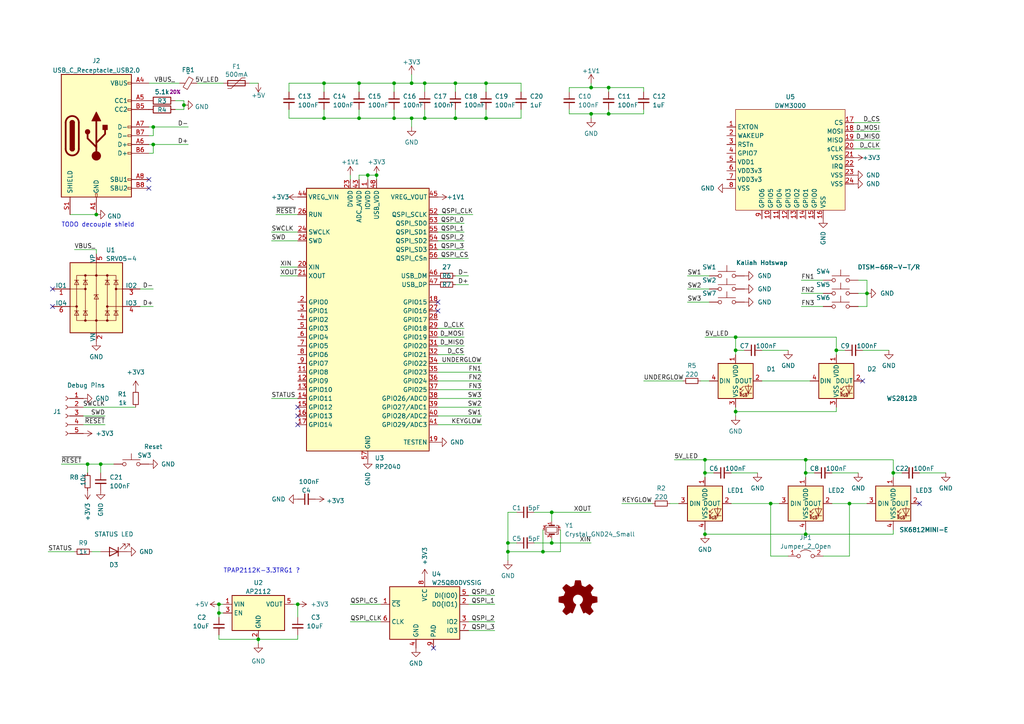
<source format=kicad_sch>
(kicad_sch (version 20211123) (generator eeschema)
  (paper "A4")
  (lib_symbols
    (symbol "Connector:Conn_01x05_Female" (pin_names (offset 1.016) hide)
      (property "Reference" "J" (at 0 7.62 0))
      (property "Value" "Conn_01x05_Female" (at 0 -7.62 0))
      (symbol "Conn_01x05_Female_1_1"
        (pin passive line (at -5.08 5.08 0) (length 3.81) (name "Pin_1") (number "1"))
        (pin passive line (at -5.08 2.54 0) (length 3.81) (name "Pin_2") (number "2"))
        (pin passive line (at -5.08 0 0) (length 3.81) (name "Pin_3") (number "3"))
        (pin passive line (at -5.08 -2.54 0) (length 3.81) (name "Pin_4") (number "4"))
        (pin passive line (at -5.08 -5.08 0) (length 3.81) (name "Pin_5") (number "5"))
      )
    )
    (symbol "Connector:USB_C_Receptacle_USB2.0" (pin_names (offset 1.016))
      (property "Reference" "J1" (at 0 21.7465 0))
      (property "Value" "USB_C_Receptacle_USB2.0" (at 0 18.9714 0))
      (symbol "USB_C_Receptacle_USB2.0_1_1"
        (pin passive line (at 0 -22.86 90) (length 5.08) (name "GND") (number "A1"))
        (pin passive line (at 0 -22.86 90) (length 5.08) hide (name "GND") (number "A12"))
        (pin passive line (at 15.24 15.24 180) (length 5.08) (name "VBUS") (number "A4"))
        (pin bidirectional line (at 15.24 10.16 180) (length 5.08) (name "CC1") (number "A5"))
        (pin bidirectional line (at 15.24 -2.54 180) (length 5.08) (name "D+") (number "A6"))
        (pin bidirectional line (at 15.24 2.54 180) (length 5.08) (name "D-") (number "A7"))
        (pin bidirectional line (at 15.24 -12.7 180) (length 5.08) (name "SBU1") (number "A8"))
        (pin passive line (at 15.24 15.24 180) (length 5.08) hide (name "VBUS") (number "A9"))
        (pin passive line (at 0 -22.86 90) (length 5.08) hide (name "GND") (number "B1"))
        (pin passive line (at 0 -22.86 90) (length 5.08) hide (name "GND") (number "B12"))
        (pin passive line (at 15.24 15.24 180) (length 5.08) hide (name "VBUS") (number "B4"))
        (pin bidirectional line (at 15.24 7.62 180) (length 5.08) (name "CC2") (number "B5"))
        (pin bidirectional line (at 15.24 -5.08 180) (length 5.08) (name "D+") (number "B6"))
        (pin bidirectional line (at 15.24 0 180) (length 5.08) (name "D-") (number "B7"))
        (pin bidirectional line (at 15.24 -15.24 180) (length 5.08) (name "SBU2") (number "B8"))
        (pin passive line (at 15.24 15.24 180) (length 5.08) hide (name "VBUS") (number "B9"))
        (pin passive line (at -7.62 -22.86 90) (length 5.08) (name "SHIELD") (number "S1"))
      )
    )
    (symbol "Device:C_Small" (pin_numbers hide) (pin_names (offset 0.254) hide)
      (property "Reference" "C" (at 0.254 1.778 0))
      (property "Value" "C_Small" (at 0.254 -2.032 0))
      (symbol "C_Small_1_1"
        (pin passive line (at 0 2.54 270) (length 2.032) (name "~") (number "1"))
        (pin passive line (at 0 -2.54 90) (length 2.032) (name "~") (number "2"))
      )
    )
    (symbol "Device:Crystal_GND24_Small" (pin_names (offset 1.016) hide)
      (property "Reference" "Y" (at 1.27 4.445 0))
      (property "Value" "Crystal_GND24_Small" (at 1.27 2.54 0))
      (symbol "Crystal_GND24_Small_1_1"
        (pin passive line (at -2.54 0 0) (length 1.27) (name "1") (number "1"))
        (pin passive line (at 0 -2.54 90) (length 0.635) (name "2") (number "2"))
        (pin passive line (at 2.54 0 180) (length 1.27) (name "3") (number "3"))
        (pin passive line (at 0 2.54 270) (length 0.635) (name "4") (number "4"))
      )
    )
    (symbol "Device:Ferrite_Bead_Small" (pin_numbers hide) (pin_names (offset 0))
      (property "Reference" "FB" (at 1.905 1.27 0))
      (property "Value" "Ferrite_Bead_Small" (at 1.905 -1.27 0))
      (symbol "Ferrite_Bead_Small_1_1"
        (pin passive line (at 0 2.54 270) (length 1.27) (name "~") (number "1"))
        (pin passive line (at 0 -2.54 90) (length 1.27) (name "~") (number "2"))
      )
    )
    (symbol "Device:LED" (pin_numbers hide) (pin_names (offset 1.016) hide)
      (property "Reference" "D" (at 0 2.54 0))
      (property "Value" "LED" (at 0 -2.54 0))
      (symbol "LED_1_1"
        (pin passive line (at -3.81 0 0) (length 2.54) (name "K") (number "1"))
        (pin passive line (at 3.81 0 180) (length 2.54) (name "A") (number "2"))
      )
    )
    (symbol "Device:Polyfuse" (pin_numbers hide) (pin_names (offset 0))
      (property "Reference" "F" (at -2.54 0 90))
      (property "Value" "Polyfuse" (at 2.54 0 90))
      (symbol "Polyfuse_1_1"
        (pin passive line (at 0 3.81 270) (length 1.27) (name "~") (number "1"))
        (pin passive line (at 0 -3.81 90) (length 1.27) (name "~") (number "2"))
      )
    )
    (symbol "Device:R" (pin_numbers hide) (pin_names (offset 0))
      (property "Reference" "R" (at 2.032 0 90))
      (property "Value" "R" (at 0 0 90))
      (symbol "R_1_1"
        (pin passive line (at 0 3.81 270) (length 1.27) (name "~") (number "1"))
        (pin passive line (at 0 -3.81 90) (length 1.27) (name "~") (number "2"))
      )
    )
    (symbol "Device:R_Small" (pin_numbers hide) (pin_names (offset 0.254) hide)
      (property "Reference" "R" (at 0.762 0.508 0))
      (property "Value" "R_Small" (at 0.762 -1.016 0))
      (symbol "R_Small_1_1"
        (pin passive line (at 0 2.54 270) (length 0.762) (name "~") (number "1"))
        (pin passive line (at 0 -2.54 90) (length 0.762) (name "~") (number "2"))
      )
    )
    (symbol "Graphic:Logo_Open_Hardware_Small" (pin_names (offset 1.016)))
    (symbol "Jumper:Jumper_2_Open" (pin_names (offset 0) hide)
      (property "Reference" "JP" (at 0 2.794 0))
      (property "Value" "Jumper_2_Open" (at 0 -2.286 0))
      (symbol "Jumper_2_Open_1_1"
        (pin passive line (at -5.08 0 0) (length 2.54) (name "A") (number "1"))
        (pin passive line (at 5.08 0 180) (length 2.54) (name "B") (number "2"))
      )
    )
    (symbol "LED:WS2812B" (pin_names (offset 0.254))
      (property "Reference" "D" (at 5.08 5.715 0))
      (property "Value" "WS2812B" (at 1.27 -5.715 0))
      (symbol "WS2812B_0_0"
        (text "RGB" (at 2.286 -4.191 0) (effects (font (size 0.762 0.762))))
      )
      (symbol "WS2812B_1_1"
        (pin power_in line (at 0 7.62 270) (length 2.54) (name "VDD") (number "1"))
        (pin output line (at 7.62 0 180) (length 2.54) (name "DOUT") (number "2"))
        (pin power_in line (at 0 -7.62 90) (length 2.54) (name "VSS") (number "3"))
        (pin input line (at -7.62 0 0) (length 2.54) (name "DIN") (number "4"))
      )
    )
    (symbol "Qorvo:DWM3000"
      (property "Reference" "U" (at 0 8.89 0))
      (property "Value" "DWM3000" (at 0 0 0))
      (symbol "DWM3000_0_0"
        (pin input line (at -6.35 -17.78 90) (length 2.54) (name "GPIO5") (number "10"))
        (pin input line (at -3.81 -17.78 90) (length 2.54) (name "GPIO4") (number "11"))
        (pin input line (at -1.27 -17.78 90) (length 2.54) (name "GPIO3") (number "12"))
        (pin input line (at 1.27 -17.78 90) (length 2.54) (name "GPIO2") (number "13"))
        (pin input line (at 3.81 -17.78 90) (length 2.54) (name "GPIO1") (number "14"))
        (pin input line (at 6.35 -17.78 90) (length 2.54) (name "GPIO0") (number "15"))
        (pin input line (at 8.89 -17.78 90) (length 2.54) (name "VSS") (number "16"))
        (pin input line (at 17.78 10.16 180) (length 2.54) (name "CS") (number "17"))
        (pin input line (at 17.78 7.62 180) (length 2.54) (name "MOSI") (number "18"))
        (pin input line (at 17.78 5.08 180) (length 2.54) (name "MISO") (number "19"))
        (pin input line (at 17.78 2.54 180) (length 2.54) (name "sCLK") (number "20"))
        (pin input line (at 17.78 0 180) (length 2.54) (name "VSS") (number "21"))
        (pin input line (at 17.78 -2.54 180) (length 2.54) (name "IRQ") (number "22"))
        (pin input line (at 17.78 -5.08 180) (length 2.54) (name "VSS") (number "23"))
        (pin input line (at 17.78 -7.62 180) (length 2.54) (name "VSS") (number "24"))
        (pin input line (at -19.05 -1.27 0) (length 2.54) (name "VDD1") (number "5"))
        (pin input line (at -19.05 -3.81 0) (length 2.54) (name "VDD3v3") (number "6"))
        (pin input line (at -19.05 -6.35 0) (length 2.54) (name "VDD3v3") (number "7"))
        (pin input line (at -19.05 -8.89 0) (length 2.54) (name "VSS") (number "8"))
        (pin input line (at -8.89 -17.78 90) (length 2.54) (name "GPIO6") (number "9"))
      )
      (symbol "DWM3000_1_1"
        (pin input line (at -19.05 8.89 0) (length 2.54) (name "EXTON") (number "1"))
        (pin input line (at -19.05 6.35 0) (length 2.54) (name "WAKEUP") (number "2"))
        (pin input line (at -19.05 3.81 0) (length 2.54) (name "RSTn") (number "3"))
        (pin input line (at -19.05 1.27 0) (length 2.54) (name "GPIO7") (number "4"))
      )
    )
    (symbol "Regulator_Linear:MIC5504-3.3YM5"
      (property "Reference" "U2" (at 0 9.0465 0))
      (property "Value" "MIC5317-3.3YM5-TR " (at 0 6.2714 0))
      (symbol "MIC5504-3.3YM5_1_1"
        (pin power_in line (at -10.16 2.54 0) (length 2.54) (name "VIN") (number "1"))
        (pin power_in line (at 0 -7.62 90) (length 2.54) (name "GND") (number "2"))
        (pin passive line (at -10.16 0 0) (length 2.54) (name "EN") (number "3"))
        (pin no_connect line (at 10.16 0 180) (length 2.54) hide (name "NC") (number "4"))
        (pin power_out line (at 10.16 2.54 180) (length 2.54) (name "VOUT") (number "5"))
      )
    )
    (symbol "Switch:SW_Push" (pin_numbers hide) (pin_names (offset 1.016) hide)
      (property "Reference" "SW" (at 1.27 2.54 0))
      (property "Value" "SW_Push" (at 0 -1.524 0))
      (symbol "SW_Push_0_1"
        (pin passive line (at -5.08 0 0) (length 2.54) (name "1") (number "1"))
        (pin passive line (at 5.08 0 180) (length 2.54) (name "2") (number "2"))
      )
    )
    (symbol "kicad-w25q-library:W25Q"
      (property "Reference" "U" (at -8.89 8.89 0))
      (property "Value" "W25Q" (at 7.62 8.89 0))
      (symbol "W25Q_1_1"
        (pin input line (at -12.7 2.54 0) (length 2.54) (name "~{CS}") (number "1"))
        (pin bidirectional line (at 12.7 2.54 180) (length 2.54) (name "DO(IO1)") (number "2"))
        (pin bidirectional line (at 12.7 -2.54 180) (length 2.54) (name "IO2") (number "3"))
        (pin power_in line (at -2.54 -10.16 90) (length 2.54) (name "GND") (number "4"))
        (pin bidirectional line (at 12.7 5.08 180) (length 2.54) (name "DI(IO0)") (number "5"))
        (pin input line (at -12.7 -2.54 0) (length 2.54) (name "CLK") (number "6"))
        (pin bidirectional line (at 12.7 -5.08 180) (length 2.54) (name "IO3") (number "7"))
        (pin power_in line (at 0 10.16 270) (length 2.54) (name "VCC") (number "8"))
        (pin passive line (at 2.54 -10.16 90) (length 2.54) (name "PAD") (number "9"))
      )
    )
    (symbol "marbastlib-various:SK6812MINI-E"
      (property "Reference" "LED" (at 2.54 -6.35 0))
      (property "Value" "SK6812MINI-E" (at 7.62 6.35 0))
      (symbol "SK6812MINI-E_0_0"
        (text "RGB" (at 2.286 -4.191 0) (effects (font (size 0.762 0.762))))
      )
      (symbol "SK6812MINI-E_1_1"
        (pin power_in line (at 0 7.62 270) (length 2.54) (name "VDD") (number "1"))
        (pin output line (at 7.62 0 180) (length 2.54) (name "DOUT") (number "2"))
        (pin input line (at -7.62 0 0) (length 2.54) (name "DIN") (number "3"))
        (pin power_in line (at 0 -7.62 90) (length 2.54) (name "VSS") (number "4"))
      )
    )
    (symbol "marbastlib-various:SRV05-4" (pin_names (offset 0))
      (property "Reference" "U" (at -5.08 11.43 0))
      (property "Value" "SRV05-4" (at 2.54 11.43 0))
      (symbol "SRV05-4_1_1"
        (pin passive line (at -12.7 2.54 0) (length 5.08) (name "IO1") (number "1"))
        (pin passive line (at 0 -12.7 90) (length 2.54) (name "VN") (number "2"))
        (pin passive line (at 12.7 2.54 180) (length 5.08) (name "IO2") (number "3"))
        (pin passive line (at 12.7 -2.54 180) (length 5.08) (name "IO3") (number "4"))
        (pin passive line (at 0 12.7 270) (length 2.54) (name "VP") (number "5"))
        (pin passive line (at -12.7 -2.54 0) (length 5.08) (name "IO4") (number "6"))
      )
    )
    (symbol "power:+1V1" (power) (pin_names (offset 0))
      (property "Value" "+1V1" (at 0 3.556 0))
      (symbol "+1V1_1_1"
        (pin power_in line (at 0 0 90) (length 0) hide (name "+1V1") (number "1"))
      )
    )
    (symbol "power:+3V3" (power) (pin_names (offset 0))
      (property "Value" "+3V3" (at 0 3.556 0))
      (symbol "+3V3_1_1"
        (pin power_in line (at 0 0 90) (length 0) hide (name "+3V3") (number "1"))
      )
    )
    (symbol "power:+5V" (power) (pin_names (offset 0))
      (property "Value" "+5V" (at 0 3.556 0))
      (symbol "+5V_1_1"
        (pin power_in line (at 0 0 90) (length 0) hide (name "+5V") (number "1"))
      )
    )
    (symbol "power:GND" (power) (pin_names (offset 0))
      (property "Value" "GND" (at 0 -3.81 0))
      (symbol "GND_1_1"
        (pin power_in line (at 0 0 270) (length 0) hide (name "GND") (number "1"))
      )
    )
    (symbol "rp2040:RP2040"
      (property "Reference" "U" (at -17.78 41.91 0))
      (property "Value" "RP2040" (at -17.78 39.37 0))
      (symbol "RP2040_0_0"
        (pin power_in line (at 0 40.64 270) (length 2.54) (name "IOVDD") (number "1"))
        (pin power_in line (at 0 40.64 270) (length 2.54) hide (name "IOVDD") (number "10"))
        (pin bidirectional line (at -20.32 -15.24 0) (length 2.54) (name "GPIO8") (number "11"))
        (pin bidirectional line (at -20.32 -17.78 0) (length 2.54) (name "GPIO9") (number "12"))
        (pin bidirectional line (at -20.32 -20.32 0) (length 2.54) (name "GPIO10") (number "13"))
        (pin bidirectional line (at -20.32 -22.86 0) (length 2.54) (name "GPIO11") (number "14"))
        (pin bidirectional line (at -20.32 -25.4 0) (length 2.54) (name "GPIO12") (number "15"))
        (pin bidirectional line (at -20.32 -27.94 0) (length 2.54) (name "GPIO13") (number "16"))
        (pin bidirectional line (at -20.32 -30.48 0) (length 2.54) (name "GPIO14") (number "17"))
        (pin bidirectional line (at 20.32 5.08 180) (length 2.54) (name "GPIO15") (number "18"))
        (pin input line (at 20.32 -35.56 180) (length 2.54) (name "TESTEN") (number "19"))
        (pin bidirectional line (at -20.32 5.08 0) (length 2.54) (name "GPIO0") (number "2"))
        (pin bidirectional line (at -20.32 15.24 0) (length 2.54) (name "XIN") (number "20"))
        (pin bidirectional line (at -20.32 12.7 0) (length 2.54) (name "XOUT") (number "21"))
        (pin power_in line (at 0 40.64 270) (length 2.54) hide (name "IOVDD") (number "22"))
        (pin power_in line (at -5.08 40.64 270) (length 2.54) (name "DVDD") (number "23"))
        (pin input line (at -20.32 25.4 0) (length 2.54) (name "SWCLK") (number "24"))
        (pin bidirectional line (at -20.32 22.86 0) (length 2.54) (name "SWD") (number "25"))
        (pin input line (at -20.32 30.48 0) (length 2.54) (name "RUN") (number "26"))
        (pin bidirectional line (at 20.32 2.54 180) (length 2.54) (name "GPIO16") (number "27"))
        (pin bidirectional line (at 20.32 0 180) (length 2.54) (name "GPIO17") (number "28"))
        (pin bidirectional line (at 20.32 -2.54 180) (length 2.54) (name "GPIO18") (number "29"))
        (pin bidirectional line (at -20.32 2.54 0) (length 2.54) (name "GPIO1") (number "3"))
        (pin bidirectional line (at 20.32 -5.08 180) (length 2.54) (name "GPIO19") (number "30"))
        (pin bidirectional line (at 20.32 -7.62 180) (length 2.54) (name "GPIO20") (number "31"))
        (pin bidirectional line (at 20.32 -10.16 180) (length 2.54) (name "GPIO21") (number "32"))
        (pin power_in line (at 0 40.64 270) (length 2.54) hide (name "IOVDD") (number "33"))
        (pin bidirectional line (at 20.32 -12.7 180) (length 2.54) (name "GPIO22") (number "34"))
        (pin bidirectional line (at 20.32 -15.24 180) (length 2.54) (name "GPIO23") (number "35"))
        (pin bidirectional line (at 20.32 -17.78 180) (length 2.54) (name "GPIO24") (number "36"))
        (pin bidirectional line (at 20.32 -20.32 180) (length 2.54) (name "GPIO25") (number "37"))
        (pin bidirectional line (at 20.32 -22.86 180) (length 2.54) (name "GPIO26/ADC0") (number "38"))
        (pin bidirectional line (at 20.32 -25.4 180) (length 2.54) (name "GPIO27/ADC1") (number "39"))
        (pin bidirectional line (at -20.32 0 0) (length 2.54) (name "GPIO2") (number "4"))
        (pin bidirectional line (at 20.32 -27.94 180) (length 2.54) (name "GPIO28/ADC2") (number "40"))
        (pin bidirectional line (at 20.32 -30.48 180) (length 2.54) (name "GPIO29/ADC3") (number "41"))
        (pin power_in line (at 0 40.64 270) (length 2.54) hide (name "IOVDD") (number "42"))
        (pin power_in line (at -2.54 40.64 270) (length 2.54) (name "ADC_AVDD") (number "43"))
        (pin power_in line (at -20.32 35.56 0) (length 2.54) (name "VREG_VIN") (number "44"))
        (pin power_out line (at 20.32 35.56 180) (length 2.54) (name "VREG_VOUT") (number "45"))
        (pin bidirectional line (at 20.32 12.7 180) (length 2.54) (name "USB_DM") (number "46"))
        (pin bidirectional line (at 20.32 10.16 180) (length 2.54) (name "USB_DP") (number "47"))
        (pin power_in line (at 2.54 40.64 270) (length 2.54) (name "USB_VDD") (number "48"))
        (pin power_in line (at 0 40.64 270) (length 2.54) hide (name "IOVDD") (number "49"))
        (pin bidirectional line (at -20.32 -2.54 0) (length 2.54) (name "GPIO3") (number "5"))
        (pin power_in line (at -5.08 40.64 270) (length 2.54) hide (name "DVDD") (number "50"))
        (pin bidirectional line (at 20.32 20.32 180) (length 2.54) (name "QSPI_SD3") (number "51"))
        (pin bidirectional line (at 20.32 30.48 180) (length 2.54) (name "QSPI_SCLK") (number "52"))
        (pin bidirectional line (at 20.32 27.94 180) (length 2.54) (name "QSPI_SD0") (number "53"))
        (pin bidirectional line (at 20.32 22.86 180) (length 2.54) (name "QSPI_SD2") (number "54"))
        (pin bidirectional line (at 20.32 25.4 180) (length 2.54) (name "QSPI_SD1") (number "55"))
        (pin bidirectional line (at 20.32 17.78 180) (length 2.54) (name "QSPI_CSn") (number "56"))
        (pin power_in line (at 0 -40.64 90) (length 2.54) (name "GND") (number "57"))
        (pin bidirectional line (at -20.32 -5.08 0) (length 2.54) (name "GPIO4") (number "6"))
        (pin bidirectional line (at -20.32 -7.62 0) (length 2.54) (name "GPIO5") (number "7"))
        (pin bidirectional line (at -20.32 -10.16 0) (length 2.54) (name "GPIO6") (number "8"))
        (pin bidirectional line (at -20.32 -12.7 0) (length 2.54) (name "GPIO7") (number "9"))
      )
    )
  )
  (junction (at 119.38 34.29))
  (junction (at 160.02 157.48))
  (junction (at 25.4 134.62))
  (junction (at 246.38 146.05))
  (junction (at 74.93 185.42))
  (junction (at 119.38 24.13))
  (junction (at 104.14 24.13))
  (junction (at 123.19 24.13))
  (junction (at 251.46 85.09))
  (junction (at 123.19 34.29))
  (junction (at 44.45 41.91))
  (junction (at 213.36 119.38))
  (junction (at 29.21 134.62))
  (junction (at 44.45 36.83))
  (junction (at 140.97 24.13))
  (junction (at 171.45 33.02))
  (junction (at 223.52 146.05))
  (junction (at 233.68 133.35))
  (junction (at 93.98 34.29))
  (junction (at 204.47 133.35))
  (junction (at 204.47 154.94))
  (junction (at 233.68 154.94))
  (junction (at 242.57 101.6))
  (junction (at 171.45 25.4))
  (junction (at 233.68 137.16))
  (junction (at 27.94 62.23))
  (junction (at 53.34 30.48))
  (junction (at 63.5 175.26))
  (junction (at 213.36 101.6))
  (junction (at 213.36 97.79))
  (junction (at 147.32 160.02))
  (junction (at 147.32 157.48))
  (junction (at 157.48 160.02))
  (junction (at 114.3 34.29))
  (junction (at 132.08 34.29))
  (junction (at 132.08 24.13))
  (junction (at 104.14 34.29))
  (junction (at 86.36 175.26))
  (junction (at 204.47 137.16))
  (junction (at 106.68 50.8))
  (junction (at 140.97 34.29))
  (junction (at 176.53 25.4))
  (junction (at 93.98 24.13))
  (junction (at 109.22 50.8))
  (junction (at 63.5 177.8))
  (junction (at 114.3 24.13))
  (junction (at 176.53 33.02))
  (junction (at 160.02 148.59))
  (junction (at 259.08 137.16))
  (no_connect (at 266.7 146.05))
  (no_connect (at 15.24 83.82))
  (no_connect (at 250.19 110.49))
  (no_connect (at 127 90.17))
  (no_connect (at 127 87.63))
  (no_connect (at 86.36 118.11))
  (no_connect (at 86.36 120.65))
  (no_connect (at 86.36 123.19))
  (no_connect (at 43.18 54.61))
  (no_connect (at 43.18 52.07))
  (no_connect (at 15.24 88.9))
  (no_connect (at 125.73 187.96))
  (wire (pts (xy 176.53 31.75) (xy 176.53 33.02)))
  (wire (pts (xy 204.47 154.94) (xy 233.68 154.94)))
  (wire (pts (xy 204.47 154.94) (xy 204.47 153.67)))
  (wire (pts (xy 127 110.49) (xy 139.7 110.49)))
  (wire (pts (xy 204.47 137.16) (xy 204.47 138.43)))
  (wire (pts (xy 213.36 119.38) (xy 213.36 120.65)))
  (wire (pts (xy 83.82 24.13) (xy 93.98 24.13)))
  (wire (pts (xy 127 105.41) (xy 139.7 105.41)))
  (wire (pts (xy 242.57 101.6) (xy 242.57 102.87)))
  (wire (pts (xy 171.45 33.02) (xy 176.53 33.02)))
  (wire (pts (xy 154.94 148.59) (xy 160.02 148.59)))
  (wire (pts (xy 63.5 184.15) (xy 63.5 185.42)))
  (wire (pts (xy 74.93 185.42) (xy 74.93 186.69)))
  (wire (pts (xy 247.65 40.64) (xy 255.27 40.64)))
  (wire (pts (xy 176.53 25.4) (xy 186.69 25.4)))
  (wire (pts (xy 127 95.25) (xy 134.62 95.25)))
  (wire (pts (xy 251.46 81.28) (xy 251.46 85.09)))
  (wire (pts (xy 127 118.11) (xy 139.7 118.11)))
  (wire (pts (xy 199.39 83.82) (xy 205.74 83.82)))
  (wire (pts (xy 186.69 25.4) (xy 186.69 26.67)))
  (wire (pts (xy 247.65 38.1) (xy 255.27 38.1)))
  (wire (pts (xy 53.34 31.75) (xy 53.34 30.48)))
  (wire (pts (xy 27.94 73.66) (xy 27.94 72.39)))
  (wire (pts (xy 63.5 177.8) (xy 63.5 179.07)))
  (wire (pts (xy 241.3 146.05) (xy 246.38 146.05)))
  (wire (pts (xy 186.69 33.02) (xy 176.53 33.02)))
  (wire (pts (xy 63.5 175.26) (xy 63.5 177.8)))
  (wire (pts (xy 160.02 157.48) (xy 171.45 157.48)))
  (wire (pts (xy 127 97.79) (xy 134.62 97.79)))
  (wire (pts (xy 63.5 175.26) (xy 64.77 175.26)))
  (wire (pts (xy 53.34 29.21) (xy 53.34 30.48)))
  (wire (pts (xy 171.45 33.02) (xy 171.45 34.29)))
  (wire (pts (xy 127 102.87) (xy 134.62 102.87)))
  (wire (pts (xy 106.68 50.8) (xy 109.22 50.8)))
  (wire (pts (xy 63.5 185.42) (xy 74.93 185.42)))
  (wire (pts (xy 233.68 154.94) (xy 233.68 153.67)))
  (wire (pts (xy 149.86 157.48) (xy 147.32 157.48)))
  (wire (pts (xy 127 115.57) (xy 139.7 115.57)))
  (wire (pts (xy 127 72.39) (xy 134.62 72.39)))
  (wire (pts (xy 114.3 24.13) (xy 114.3 26.67)))
  (wire (pts (xy 213.36 119.38) (xy 242.57 119.38)))
  (wire (pts (xy 238.76 161.29) (xy 246.38 161.29)))
  (wire (pts (xy 119.38 34.29) (xy 119.38 36.83)))
  (wire (pts (xy 93.98 31.75) (xy 93.98 34.29)))
  (wire (pts (xy 140.97 24.13) (xy 151.13 24.13)))
  (wire (pts (xy 127 100.33) (xy 134.62 100.33)))
  (wire (pts (xy 246.38 161.29) (xy 246.38 146.05)))
  (wire (pts (xy 81.28 77.47) (xy 86.36 77.47)))
  (wire (pts (xy 78.74 67.31) (xy 86.36 67.31)))
  (wire (pts (xy 25.4 134.62) (xy 25.4 137.16)))
  (wire (pts (xy 114.3 34.29) (xy 104.14 34.29)))
  (wire (pts (xy 30.48 120.65) (xy 24.13 120.65)))
  (wire (pts (xy 233.68 133.35) (xy 259.08 133.35)))
  (wire (pts (xy 86.36 175.26) (xy 86.36 179.07)))
  (wire (pts (xy 86.36 185.42) (xy 74.93 185.42)))
  (wire (pts (xy 213.36 97.79) (xy 213.36 101.6)))
  (wire (pts (xy 93.98 24.13) (xy 93.98 26.67)))
  (wire (pts (xy 43.18 39.37) (xy 44.45 39.37)))
  (wire (pts (xy 44.45 36.83) (xy 54.61 36.83)))
  (wire (pts (xy 151.13 31.75) (xy 151.13 34.29)))
  (wire (pts (xy 259.08 137.16) (xy 259.08 138.43)))
  (wire (pts (xy 195.58 133.35) (xy 204.47 133.35)))
  (wire (pts (xy 157.48 153.67) (xy 157.48 160.02)))
  (wire (pts (xy 123.19 34.29) (xy 119.38 34.29)))
  (wire (pts (xy 171.45 24.13) (xy 171.45 25.4)))
  (wire (pts (xy 93.98 24.13) (xy 104.14 24.13)))
  (wire (pts (xy 165.1 31.75) (xy 165.1 33.02)))
  (wire (pts (xy 40.64 88.9) (xy 44.45 88.9)))
  (wire (pts (xy 246.38 146.05) (xy 251.46 146.05)))
  (wire (pts (xy 248.92 88.9) (xy 251.46 88.9)))
  (wire (pts (xy 204.47 133.35) (xy 233.68 133.35)))
  (wire (pts (xy 114.3 24.13) (xy 119.38 24.13)))
  (wire (pts (xy 157.48 160.02) (xy 162.56 160.02)))
  (wire (pts (xy 127 69.85) (xy 134.62 69.85)))
  (wire (pts (xy 204.47 137.16) (xy 207.01 137.16)))
  (wire (pts (xy 140.97 26.67) (xy 140.97 24.13)))
  (wire (pts (xy 242.57 119.38) (xy 242.57 118.11)))
  (wire (pts (xy 147.32 160.02) (xy 147.32 162.56)))
  (wire (pts (xy 165.1 33.02) (xy 171.45 33.02)))
  (wire (pts (xy 232.41 85.09) (xy 238.76 85.09)))
  (wire (pts (xy 20.32 62.23) (xy 27.94 62.23)))
  (wire (pts (xy 104.14 24.13) (xy 114.3 24.13)))
  (wire (pts (xy 176.53 25.4) (xy 176.53 26.67)))
  (wire (pts (xy 140.97 34.29) (xy 132.08 34.29)))
  (wire (pts (xy 21.59 72.39) (xy 27.94 72.39)))
  (wire (pts (xy 132.08 34.29) (xy 123.19 34.29)))
  (wire (pts (xy 132.08 24.13) (xy 132.08 26.67)))
  (wire (pts (xy 135.89 172.72) (xy 143.51 172.72)))
  (wire (pts (xy 213.36 97.79) (xy 242.57 97.79)))
  (wire (pts (xy 104.14 50.8) (xy 104.14 52.07)))
  (wire (pts (xy 132.08 82.55) (xy 135.89 82.55)))
  (wire (pts (xy 250.19 101.6) (xy 257.81 101.6)))
  (wire (pts (xy 186.69 31.75) (xy 186.69 33.02)))
  (wire (pts (xy 232.41 88.9) (xy 238.76 88.9)))
  (wire (pts (xy 135.89 182.88) (xy 143.51 182.88)))
  (wire (pts (xy 160.02 148.59) (xy 171.45 148.59)))
  (wire (pts (xy 251.46 88.9) (xy 251.46 85.09)))
  (wire (pts (xy 29.21 134.62) (xy 33.02 134.62)))
  (wire (pts (xy 223.52 146.05) (xy 223.52 161.29)))
  (wire (pts (xy 248.92 85.09) (xy 251.46 85.09)))
  (wire (pts (xy 44.45 36.83) (xy 44.45 39.37)))
  (wire (pts (xy 127 123.19) (xy 139.7 123.19)))
  (wire (pts (xy 149.86 148.59) (xy 147.32 148.59)))
  (wire (pts (xy 43.18 36.83) (xy 44.45 36.83)))
  (wire (pts (xy 17.78 134.62) (xy 25.4 134.62)))
  (wire (pts (xy 203.2 110.49) (xy 205.74 110.49)))
  (wire (pts (xy 63.5 177.8) (xy 64.77 177.8)))
  (wire (pts (xy 106.68 50.8) (xy 106.68 52.07)))
  (wire (pts (xy 266.7 137.16) (xy 274.32 137.16)))
  (wire (pts (xy 78.74 115.57) (xy 86.36 115.57)))
  (wire (pts (xy 80.01 62.23) (xy 86.36 62.23)))
  (wire (pts (xy 13.97 160.02) (xy 21.59 160.02)))
  (wire (pts (xy 123.19 31.75) (xy 123.19 34.29)))
  (wire (pts (xy 44.45 41.91) (xy 44.45 44.45)))
  (wire (pts (xy 25.4 134.62) (xy 29.21 134.62)))
  (wire (pts (xy 127 64.77) (xy 134.62 64.77)))
  (wire (pts (xy 114.3 31.75) (xy 114.3 34.29)))
  (wire (pts (xy 127 74.93) (xy 135.89 74.93)))
  (wire (pts (xy 165.1 25.4) (xy 171.45 25.4)))
  (wire (pts (xy 93.98 34.29) (xy 83.82 34.29)))
  (wire (pts (xy 104.14 31.75) (xy 104.14 34.29)))
  (wire (pts (xy 119.38 21.59) (xy 119.38 24.13)))
  (wire (pts (xy 242.57 97.79) (xy 242.57 101.6)))
  (wire (pts (xy 86.36 184.15) (xy 86.36 185.42)))
  (wire (pts (xy 127 62.23) (xy 137.16 62.23)))
  (wire (pts (xy 104.14 50.8) (xy 106.68 50.8)))
  (wire (pts (xy 162.56 160.02) (xy 162.56 153.67)))
  (wire (pts (xy 220.98 101.6) (xy 228.6 101.6)))
  (wire (pts (xy 151.13 24.13) (xy 151.13 26.67)))
  (wire (pts (xy 127 113.03) (xy 139.7 113.03)))
  (wire (pts (xy 233.68 133.35) (xy 233.68 137.16)))
  (wire (pts (xy 44.45 41.91) (xy 54.61 41.91)))
  (wire (pts (xy 123.19 24.13) (xy 132.08 24.13)))
  (wire (pts (xy 151.13 34.29) (xy 140.97 34.29)))
  (wire (pts (xy 135.89 180.34) (xy 143.51 180.34)))
  (wire (pts (xy 160.02 156.21) (xy 160.02 157.48)))
  (wire (pts (xy 241.3 137.16) (xy 248.92 137.16)))
  (wire (pts (xy 119.38 24.13) (xy 123.19 24.13)))
  (wire (pts (xy 135.89 175.26) (xy 143.51 175.26)))
  (wire (pts (xy 83.82 34.29) (xy 83.82 31.75)))
  (wire (pts (xy 147.32 148.59) (xy 147.32 157.48)))
  (wire (pts (xy 140.97 31.75) (xy 140.97 34.29)))
  (wire (pts (xy 199.39 80.01) (xy 205.74 80.01)))
  (wire (pts (xy 223.52 146.05) (xy 226.06 146.05)))
  (wire (pts (xy 132.08 80.01) (xy 135.89 80.01)))
  (wire (pts (xy 127 67.31) (xy 134.62 67.31)))
  (wire (pts (xy 109.22 50.8) (xy 109.22 52.07)))
  (wire (pts (xy 194.31 146.05) (xy 196.85 146.05)))
  (wire (pts (xy 259.08 154.94) (xy 259.08 153.67)))
  (wire (pts (xy 101.6 180.34) (xy 110.49 180.34)))
  (wire (pts (xy 119.38 34.29) (xy 114.3 34.29)))
  (wire (pts (xy 204.47 133.35) (xy 204.47 137.16)))
  (wire (pts (xy 213.36 101.6) (xy 215.9 101.6)))
  (wire (pts (xy 50.8 29.21) (xy 53.34 29.21)))
  (wire (pts (xy 83.82 26.67) (xy 83.82 24.13)))
  (wire (pts (xy 212.09 137.16) (xy 219.71 137.16)))
  (wire (pts (xy 132.08 24.13) (xy 140.97 24.13)))
  (wire (pts (xy 154.94 157.48) (xy 160.02 157.48)))
  (wire (pts (xy 247.65 43.18) (xy 255.27 43.18)))
  (wire (pts (xy 199.39 87.63) (xy 205.74 87.63)))
  (wire (pts (xy 127 107.95) (xy 139.7 107.95)))
  (wire (pts (xy 26.67 160.02) (xy 29.21 160.02)))
  (wire (pts (xy 232.41 81.28) (xy 238.76 81.28)))
  (wire (pts (xy 242.57 101.6) (xy 245.11 101.6)))
  (wire (pts (xy 43.18 44.45) (xy 44.45 44.45)))
  (wire (pts (xy 259.08 137.16) (xy 261.62 137.16)))
  (wire (pts (xy 40.64 83.82) (xy 44.45 83.82)))
  (wire (pts (xy 85.09 175.26) (xy 86.36 175.26)))
  (wire (pts (xy 212.09 146.05) (xy 223.52 146.05)))
  (wire (pts (xy 248.92 81.28) (xy 251.46 81.28)))
  (wire (pts (xy 101.6 50.8) (xy 101.6 52.07)))
  (wire (pts (xy 43.18 24.13) (xy 52.07 24.13)))
  (wire (pts (xy 43.18 41.91) (xy 44.45 41.91)))
  (wire (pts (xy 104.14 24.13) (xy 104.14 26.67)))
  (wire (pts (xy 233.68 154.94) (xy 259.08 154.94)))
  (wire (pts (xy 180.34 146.05) (xy 189.23 146.05)))
  (wire (pts (xy 29.21 134.62) (xy 29.21 137.16)))
  (wire (pts (xy 233.68 137.16) (xy 236.22 137.16)))
  (wire (pts (xy 165.1 26.67) (xy 165.1 25.4)))
  (wire (pts (xy 213.36 101.6) (xy 213.36 102.87)))
  (wire (pts (xy 57.15 24.13) (xy 64.77 24.13)))
  (wire (pts (xy 50.8 31.75) (xy 53.34 31.75)))
  (wire (pts (xy 247.65 35.56) (xy 255.27 35.56)))
  (wire (pts (xy 259.08 133.35) (xy 259.08 137.16)))
  (wire (pts (xy 81.28 80.01) (xy 86.36 80.01)))
  (wire (pts (xy 147.32 160.02) (xy 157.48 160.02)))
  (wire (pts (xy 123.19 24.13) (xy 123.19 26.67)))
  (wire (pts (xy 78.74 69.85) (xy 86.36 69.85)))
  (wire (pts (xy 72.39 24.13) (xy 74.93 24.13)))
  (wire (pts (xy 160.02 148.59) (xy 160.02 151.13)))
  (wire (pts (xy 186.69 110.49) (xy 198.12 110.49)))
  (wire (pts (xy 233.68 137.16) (xy 233.68 138.43)))
  (wire (pts (xy 171.45 25.4) (xy 176.53 25.4)))
  (wire (pts (xy 220.98 110.49) (xy 234.95 110.49)))
  (wire (pts (xy 147.32 157.48) (xy 147.32 160.02)))
  (wire (pts (xy 223.52 161.29) (xy 228.6 161.29)))
  (wire (pts (xy 204.47 97.79) (xy 213.36 97.79)))
  (wire (pts (xy 104.14 34.29) (xy 93.98 34.29)))
  (wire (pts (xy 127 120.65) (xy 139.7 120.65)))
  (wire (pts (xy 132.08 31.75) (xy 132.08 34.29)))
  (wire (pts (xy 213.36 118.11) (xy 213.36 119.38)))
  (wire (pts (xy 30.48 123.19) (xy 24.13 123.19)))
  (wire (pts (xy 39.37 118.11) (xy 24.13 118.11)))
  (wire (pts (xy 101.6 175.26) (xy 110.49 175.26)))
  (text "TODO decouple shield" (at 17.78 66.04 0) (effects (font (size 1.27 1.27)) (justify left bottom)))
  (text "TPAP2112K-3.3TRG1 ?\n" (at 64.77 166.37 0) (effects (font (size 1.27 1.27)) (justify left bottom)))
  (label "SWD" (at 78.74 69.85 0))
  (label "QSPI_0" (at 143.51 172.72 180))
  (label "QSPI_0" (at 134.62 64.77 180))
  (label "D_CS" (at 134.62 102.87 180))
  (label "5V_LED" (at 195.58 133.35 0))
  (label "QSPI_2" (at 134.62 69.85 180))
  (label "STATUS" (at 78.74 115.57 0))
  (label "D+" (at 135.89 82.55 180))
  (label "XOUT" (at 171.45 148.59 180))
  (label "QSPI_CS" (at 101.6 175.26 0))
  (label "STATUS" (at 13.97 160.02 0))
  (label "QSPI_CLK" (at 137.16 62.23 180))
  (label "VBUS_" (at 21.59 72.39 0))
  (label "SWD" (at 30.48 120.65 180))
  (label "D_CLK" (at 134.62 95.25 180))
  (label "5V_LED" (at 204.47 97.79 0))
  (label "5V_LED" (at 63.5 24.13 180))
  (label "QSPI_1" (at 143.51 175.26 180))
  (label "SW1" (at 199.39 80.01 0))
  (label "SW3" (at 199.39 87.63 0))
  (label "KEYGLOW" (at 180.34 146.05 0))
  (label "D-" (at 54.61 36.83 180))
  (label "XOUT" (at 81.28 80.01 0))
  (label "D_CS" (at 255.27 35.56 180))
  (label "SWCLK" (at 30.48 118.11 180))
  (label "D+" (at 44.45 88.9 180))
  (label "QSPI_1" (at 134.62 67.31 180))
  (label "QSPI_CLK" (at 101.6 180.34 0))
  (label "D-" (at 44.45 83.82 180))
  (label "FN1" (at 232.41 81.28 0))
  (label "FN2" (at 139.7 110.49 180))
  (label "UNDERGLOW" (at 186.69 110.49 0))
  (label "VBUS_" (at 50.8 24.13 180))
  (label "~{RESET}" (at 80.01 62.23 0))
  (label "D_MISO" (at 255.27 40.64 180))
  (label "D_MISO" (at 134.62 100.33 180))
  (label "FN3" (at 139.7 113.03 180))
  (label "FN2" (at 232.41 85.09 0))
  (label "D+" (at 54.61 41.91 180))
  (label "UNDERGLOW" (at 139.7 105.41 180))
  (label "QSPI_3" (at 134.62 72.39 180))
  (label "SW2" (at 199.39 83.82 0))
  (label "~{RESET}" (at 17.78 134.62 0))
  (label "XIN" (at 171.45 157.48 180))
  (label "D_MOSI" (at 134.62 97.79 180))
  (label "SW1" (at 139.7 120.65 180))
  (label "QSPI_CS" (at 135.89 74.93 180))
  (label "~{RESET}" (at 30.48 123.19 180))
  (label "QSPI_3" (at 143.51 182.88 180))
  (label "XIN" (at 81.28 77.47 0))
  (label "D_CLK" (at 255.27 43.18 180))
  (label "KEYGLOW" (at 139.7 123.19 180))
  (label "D-" (at 135.89 80.01 180))
  (label "SWCLK" (at 78.74 67.31 0))
  (label "D_MOSI" (at 255.27 38.1 180))
  (label "FN3" (at 232.41 88.9 0))
  (label "QSPI_2" (at 143.51 180.34 180))
  (label "FN1" (at 139.7 107.95 180))
  (label "SW3" (at 139.7 115.57 180))
  (label "SW2" (at 139.7 118.11 180))
  (symbol (lib_id "power:GND") (at 24.13 115.57 90) (mirror x) (unit 1)
    (property "Reference" "#PWR0103" (effects hide))
    (property "Value" "GND" (at 31.75 115.57 90) (effects (justify left)))
  )
  (symbol (lib_id "Device:LED") (at 33.02 160.02 180) (unit 1)
    (property "Reference" "D3" (at 33.02 163.83 0))
    (property "Value" "STATUS LED" (at 33.02 154.94 0))
    (property "Footprint" "LED_SMD:LED_0402_1005Metric" (effects hide))
  )
  (symbol (lib_id "Graphic:Logo_Open_Hardware_Small") (at 167.64 173.99 0) (unit 1)
    (property "Reference" "#LOGO1" (effects hide))
    (property "Value" "Logo_Open_Hardware_Small" (effects hide))
  )
  (symbol (lib_id "power:GND") (at 228.6 101.6 0) (unit 1)
    (property "Reference" "#PWR0114" (effects hide))
    (property "Value" "GND" (at 228.6 106.0434 0))
  )
  (symbol (lib_id "Device:C_Small") (at 114.3 29.21 0) (unit 1)
    (property "Reference" "C16" (at 116.84 27.9462 0) (effects (justify left)))
    (property "Value" "100nF" (at 116.84 30.4862 0) (effects (justify left)))
    (property "Footprint" "Capacitor_SMD:C_0402_1005Metric" (effects hide))
  )
  (symbol (lib_id "power:GND") (at 247.65 50.8 90) (unit 1)
    (property "Reference" "#PWR0142" (effects hide))
    (property "Value" "GND" (at 255.27 50.8 90) (effects (justify left)))
  )
  (symbol (lib_id "marbastlib-various:SRV05-4") (at 27.94 86.36 0) (unit 1)
    (property "Reference" "U1" (at 30.7087 72.5002 0) (effects (justify left)))
    (property "Value" "SRV05-4" (at 30.7087 75.0371 0) (effects (justify left)))
    (property "Footprint" "marbastlib-various:SOT-23-6-routable" (effects hide))
    (property "Datasheet" "http://www.onsemi.com/pub/Collateral/SRV05-4-D.PDF" (effects hide))
  )
  (symbol (lib_id "marbastlib-various:SK6812MINI-E") (at 204.47 146.05 0) (unit 1)
    (property "Reference" "LED1" (at 213.36 142.24 0))
    (property "Value" "SK6812MINI-E" (at 267.97 153.67 0))
    (property "Footprint" "marbastlib-various:LED_6028R" (effects hide))
  )
  (symbol (lib_id "Connector:Conn_01x05_Female") (at 19.05 120.65 0) (mirror y) (unit 1)
    (property "Reference" "J1" (at 17.78 119.3799 0) (effects (justify left)))
    (property "Value" "Debug Pins" (at 30.48 111.76 0) (effects (justify left)))
    (property "Footprint" "Connector_PinHeader_2.00mm:PinHeader_1x05_P2.00mm_Vertical" (effects hide))
  )
  (symbol (lib_id "Device:C_Small") (at 238.76 137.16 90) (unit 1)
    (property "Reference" "C8" (at 236.22 135.89 90))
    (property "Value" "100nF" (at 242.57 135.89 90))
    (property "Footprint" "Capacitor_SMD:C_0402_1005Metric" (effects hide))
  )
  (symbol (lib_id "Connector:USB_C_Receptacle_USB2.0") (at 27.94 39.37 0) (unit 1)
    (property "Reference" "J2" (at 27.94 17.6235 0))
    (property "Value" "USB_C_Receptacle_USB2.0" (at 27.94 20.3986 0))
    (property "Footprint" "Connector_USB:USB_C_Receptacle_HRO_TYPE-C-31-M-12" (effects hide))
    (property "Datasheet" "https://www.usb.org/sites/default/files/documents/usb_type-c.zip" (effects hide))
  )
  (symbol (lib_id "Device:Polyfuse") (at 68.58 24.13 270) (unit 1)
    (property "Reference" "F1" (at 68.58 19.2998 90))
    (property "Value" "500mA" (at 68.58 21.5985 90))
    (property "Footprint" "Fuse:Fuse_0402_1005Metric" (effects hide))
    (property "Datasheet" "BLM15EG221SZ1D " (effects hide))
  )
  (symbol (lib_id "power:GND") (at 215.9 87.63 90) (unit 1)
    (property "Reference" "#PWR0144" (effects hide))
    (property "Value" "GND" (at 219.71 87.6299 90) (effects (justify right)))
  )
  (symbol (lib_id "power:GND") (at 238.76 63.5 0) (unit 1)
    (property "Reference" "#PWR0139" (effects hide))
    (property "Value" "GND" (at 238.76 71.12 90) (effects (justify left)))
  )
  (symbol (lib_id "Device:C_Small") (at 88.9 144.78 90) (unit 1)
    (property "Reference" "C4" (at 90.17 142.24 90) (effects (justify left)))
    (property "Value" "100nF" (at 92.71 139.7 90) (effects (justify left)))
    (property "Footprint" "Capacitor_SMD:C_0402_1005Metric" (effects hide))
  )
  (symbol (lib_id "power:GND") (at 257.81 101.6 0) (unit 1)
    (property "Reference" "#PWR0106" (effects hide))
    (property "Value" "GND" (at 257.81 106.0434 0))
  )
  (symbol (lib_id "power:+5V") (at 74.93 24.13 0) (mirror x) (unit 1)
    (property "Reference" "#PWR0112" (effects hide))
    (property "Value" "+5V" (at 74.93 27.6774 0))
  )
  (symbol (lib_id "marbastlib-various:SK6812MINI-E") (at 233.68 146.05 0) (unit 1)
    (property "Reference" "LED2" (at 242.57 142.24 0))
    (property "Value" "SK6812MINI-E" (at 267.97 153.67 0))
    (property "Footprint" "marbastlib-various:LED_6028R" (effects hide))
  )
  (symbol (lib_id "rp2040:RP2040") (at 106.68 92.71 0) (unit 1)
    (property "Reference" "U3" (at 108.6994 132.8404 0) (effects (justify left)))
    (property "Value" "RP2040" (at 108.6994 135.3773 0) (effects (justify left)))
    (property "Footprint" "rp2040:QFN-56-1EP_7x7mm_P0.4mm_EP3.2x3.2mm" (effects hide))
    (property "Datasheet" "https://datasheets.raspberrypi.com/rp2040/rp2040-datasheet.pdf" (effects hide))
  )
  (symbol (lib_id "Device:C_Small") (at 176.53 29.21 0) (unit 1)
    (property "Reference" "C11" (at 179.07 27.9462 0) (effects (justify left)))
    (property "Value" "100nF" (at 179.07 30.4862 0) (effects (justify left)))
    (property "Footprint" "Capacitor_SMD:C_0402_1005Metric" (effects hide))
  )
  (symbol (lib_id "Device:R_Small") (at 129.54 82.55 90) (unit 1)
    (property "Reference" "R7" (at 129.54 82.55 90))
    (property "Value" "27" (at 129.54 77.47 90))
    (property "Footprint" "Resistor_SMD:R_0402_1005Metric" (effects hide))
  )
  (symbol (lib_id "Switch:SW_Push") (at 38.1 134.62 0) (unit 1)
    (property "Reference" "SW3" (at 41.91 132.08 0))
    (property "Value" "Reset" (at 44.45 129.54 0))
    (property "Footprint" "Button_Switch_SMD:SW_SPST_PTS810" (effects hide))
  )
  (symbol (lib_id "Device:C_Small") (at 104.14 29.21 0) (unit 1)
    (property "Reference" "C15" (at 106.68 27.9462 0) (effects (justify left)))
    (property "Value" "100nF" (at 106.68 30.4862 0) (effects (justify left)))
    (property "Footprint" "Capacitor_SMD:C_0402_1005Metric" (effects hide))
  )
  (symbol (lib_id "Device:R") (at 46.99 29.21 270) (unit 1)
    (property "Reference" "R3" (at 46.99 29.3074 90))
    (property "Value" "5.1k" (at 46.99 26.67 90))
    (property "Footprint" "Resistor_SMD:R_0402_1005Metric" (effects hide))
    (property "Tolerance" "20%" (at 50.8 26.67 90) (effects (font (size 1.016 1.016))))
  )
  (symbol (lib_id "Device:R_Small") (at 39.37 115.57 0) (mirror y) (unit 1)
    (property "Reference" "R1" (at 36.83 114.2999 0) (effects (justify left)))
    (property "Value" "1k" (at 36.83 116.8399 0) (effects (justify left)))
    (property "Footprint" "Resistor_SMD:R_0402_1005Metric" (effects hide))
  )
  (symbol (lib_id "Device:C_Small") (at 132.08 29.21 0) (unit 1)
    (property "Reference" "C18" (at 134.62 27.9462 0) (effects (justify left)))
    (property "Value" "100nF" (at 134.62 30.4862 0) (effects (justify left)))
    (property "Footprint" "Capacitor_SMD:C_0402_1005Metric" (effects hide))
  )
  (symbol (lib_id "Switch:SW_Push") (at 243.84 81.28 0) (unit 1)
    (property "Reference" "SW4" (at 238.76 78.74 0))
    (property "Value" "DTSM-66R-V-T/R" (at 257.81 77.47 0))
    (property "Footprint" "Button_Switch_SMD:SW_Push_1P1T_NO_6x6mm_H9.5mm" (effects hide))
  )
  (symbol (lib_id "power:GND") (at 274.32 137.16 0) (unit 1)
    (property "Reference" "#PWR0145" (effects hide))
    (property "Value" "GND" (at 274.32 141.6034 0))
  )
  (symbol (lib_id "Device:C_Small") (at 186.69 29.21 0) (unit 1)
    (property "Reference" "C12" (at 189.23 27.9462 0) (effects (justify left)))
    (property "Value" "1uF" (at 189.23 30.4862 0) (effects (justify left)))
    (property "Footprint" "Capacitor_SMD:C_0402_1005Metric" (effects hide))
  )
  (symbol (lib_id "power:+1V1") (at 171.45 24.13 0) (unit 1)
    (property "Reference" "#PWR0132" (effects hide))
    (property "Value" "+1V1" (at 171.45 20.5542 0))
  )
  (symbol (lib_id "power:GND") (at 53.34 30.48 90) (unit 1)
    (property "Reference" "#PWR0111" (effects hide))
    (property "Value" "GND" (at 56.5151 30.959 90) (effects (justify right)))
  )
  (symbol (lib_id "power:GND") (at 210.82 54.61 270) (unit 1)
    (property "Reference" "#PWR0143" (effects hide))
    (property "Value" "GND" (at 203.2 54.61 90) (effects (justify left)))
  )
  (symbol (lib_id "power:+1V1") (at 127 57.15 270) (unit 1)
    (property "Reference" "#PWR0128" (effects hide))
    (property "Value" "+1V1" (at 129.54 57.15 90) (effects (justify left)))
  )
  (symbol (lib_id "Device:R_Small") (at 129.54 80.01 90) (unit 1)
    (property "Reference" "R6" (at 129.54 80.01 90))
    (property "Value" "27" (at 129.54 77.47 90))
    (property "Footprint" "Resistor_SMD:R_0402_1005Metric" (effects hide))
  )
  (symbol (lib_id "Device:C_Small") (at 86.36 181.61 0) (unit 1)
    (property "Reference" "C3" (at 90.17 179.07 0) (effects (justify left)))
    (property "Value" "10uF" (at 88.9 181.61 0) (effects (justify left)))
    (property "Footprint" "Capacitor_SMD:C_0402_1005Metric" (effects hide))
  )
  (symbol (lib_id "power:GND") (at 106.68 133.35 0) (unit 1)
    (property "Reference" "#PWR0127" (effects hide))
    (property "Value" "GND" (at 106.68 140.97 90) (effects (justify left)))
  )
  (symbol (lib_id "Device:Ferrite_Bead_Small") (at 54.61 24.13 90) (unit 1)
    (property "Reference" "FB1" (at 54.61 20.265 90))
    (property "Value" "~" (at 54.61 21.2937 90))
    (property "Footprint" "Inductor_SMD:L_0402_1005Metric" (effects hide))
  )
  (symbol (lib_id "Device:R_Small") (at 25.4 139.7 0) (mirror y) (unit 1)
    (property "Reference" "R8" (at 22.86 138.4299 0) (effects (justify left)))
    (property "Value" "10k" (at 24.13 140.97 90) (effects (justify left)))
    (property "Footprint" "Resistor_SMD:R_0402_1005Metric" (effects hide))
  )
  (symbol (lib_id "Device:C_Small") (at 63.5 181.61 0) (unit 1)
    (property "Reference" "C2" (at 57.15 179.07 0) (effects (justify left)))
    (property "Value" "10uF" (at 55.88 181.61 0) (effects (justify left)))
    (property "Footprint" "Capacitor_SMD:C_0402_1005Metric" (effects hide))
  )
  (symbol (lib_id "power:GND") (at 120.65 187.96 0) (unit 1)
    (property "Reference" "#PWR0110" (effects hide))
    (property "Value" "GND" (at 120.65 192.4034 0))
  )
  (symbol (lib_id "power:+3V3") (at 109.22 50.8 0) (mirror y) (unit 1)
    (property "Reference" "#PWR0129" (effects hide))
    (property "Value" "+3V3" (at 109.22 46.99 0))
  )
  (symbol (lib_id "power:GND") (at 215.9 80.01 90) (unit 1)
    (property "Reference" "#PWR0107" (effects hide))
    (property "Value" "GND" (at 219.71 80.0099 90) (effects (justify right)))
  )
  (symbol (lib_id "Device:R_Small") (at 191.77 146.05 90) (unit 1)
    (property "Reference" "R2" (at 191.77 141.6136 90))
    (property "Value" "220" (at 191.77 144.1505 90))
    (property "Footprint" "Resistor_SMD:R_0402_1005Metric" (effects hide))
  )
  (symbol (lib_id "Device:C_Small") (at 209.55 137.16 90) (unit 1)
    (property "Reference" "C6" (at 207.01 135.89 90))
    (property "Value" "100nF" (at 213.36 135.89 90))
    (property "Footprint" "Capacitor_SMD:C_0402_1005Metric" (effects hide))
  )
  (symbol (lib_id "power:GND") (at 27.94 99.06 0) (unit 1)
    (property "Reference" "#PWR0102" (effects hide))
    (property "Value" "GND" (at 27.94 103.5034 0))
  )
  (symbol (lib_id "power:GND") (at 74.93 186.69 0) (unit 1)
    (property "Reference" "#PWR0115" (effects hide))
    (property "Value" "GND" (at 74.93 191.77 0))
  )
  (symbol (lib_id "power:GND") (at 127 128.27 90) (unit 1)
    (property "Reference" "#PWR0134" (effects hide))
    (property "Value" "GND" (at 134.62 128.27 90) (effects (justify left)))
  )
  (symbol (lib_id "power:GND") (at 86.36 144.78 270) (unit 1)
    (property "Reference" "#PWR0105" (effects hide))
    (property "Value" "GND" (at 78.74 144.78 90) (effects (justify left)))
  )
  (symbol (lib_id "Device:R_Small") (at 24.13 160.02 270) (mirror x) (unit 1)
    (property "Reference" "R9" (at 24.13 157.48 90))
    (property "Value" "1k" (at 24.13 160.02 90))
    (property "Footprint" "Resistor_SMD:R_0402_1005Metric" (effects hide))
  )
  (symbol (lib_id "Device:R_Small") (at 200.66 110.49 90) (unit 1)
    (property "Reference" "R5" (at 200.66 106.0536 90))
    (property "Value" "220" (at 200.66 108.5905 90))
    (property "Footprint" "Resistor_SMD:R_0402_1005Metric" (effects hide))
  )
  (symbol (lib_id "power:GND") (at 219.71 137.16 0) (unit 1)
    (property "Reference" "#PWR0120" (effects hide))
    (property "Value" "GND" (at 219.71 141.6034 0))
  )
  (symbol (lib_id "power:GND") (at 43.18 134.62 90) (unit 1)
    (property "Reference" "#PWR0101" (effects hide))
    (property "Value" "GND" (at 50.8 134.62 90) (effects (justify left)))
  )
  (symbol (lib_id "Switch:SW_Push") (at 210.82 87.63 0) (unit 1)
    (property "Reference" "SW7" (at 205.74 85.09 0))
    (property "Value" "Kaliah Hotswap" (at 220.98 76.2 0))
    (property "Footprint" "Keyswitch:SW_Hotswap_Kailh_MX_1.00u" (effects hide))
  )
  (symbol (lib_id "Switch:SW_Push") (at 243.84 85.09 0) (unit 1)
    (property "Reference" "SW5" (at 238.76 82.55 0))
    (property "Value" "DTSM-66R-V-T/R" (at 257.81 77.47 0))
    (property "Footprint" "Button_Switch_SMD:SW_Push_1P1T_NO_6x6mm_H9.5mm" (effects hide))
  )
  (symbol (lib_id "marbastlib-various:SK6812MINI-E") (at 259.08 146.05 0) (unit 1)
    (property "Reference" "LED3" (at 267.97 142.24 0))
    (property "Value" "SK6812MINI-E" (at 267.97 153.67 0))
    (property "Footprint" "marbastlib-various:LED_6028R" (effects hide))
  )
  (symbol (lib_id "power:GND") (at 204.47 154.94 0) (unit 1)
    (property "Reference" "#PWR0123" (effects hide))
    (property "Value" "GND" (at 204.47 159.3834 0))
  )
  (symbol (lib_id "Device:C_Small") (at 83.82 29.21 0) (unit 1)
    (property "Reference" "C13" (at 86.36 27.9462 0) (effects (justify left)))
    (property "Value" "100nF" (at 86.36 30.4862 0) (effects (justify left)))
    (property "Footprint" "Capacitor_SMD:C_0402_1005Metric" (effects hide))
  )
  (symbol (lib_id "power:+3V3") (at 119.38 21.59 0) (unit 1)
    (property "Reference" "#PWR0118" (effects hide))
    (property "Value" "+3V3" (at 119.38 18.0142 0))
  )
  (symbol (lib_id "Device:C_Small") (at 151.13 29.21 0) (unit 1)
    (property "Reference" "C20" (at 153.67 27.9462 0) (effects (justify left)))
    (property "Value" "1uF" (at 153.67 30.4862 0) (effects (justify left)))
    (property "Footprint" "Capacitor_SMD:C_0402_1005Metric" (effects hide))
  )
  (symbol (lib_id "Device:C_Small") (at 152.4 157.48 90) (unit 1)
    (property "Reference" "C5" (at 149.86 156.21 90))
    (property "Value" "5pF" (at 154.94 156.21 90))
    (property "Footprint" "Capacitor_SMD:C_0402_1005Metric" (effects hide))
  )
  (symbol (lib_id "Device:C_Small") (at 123.19 29.21 0) (unit 1)
    (property "Reference" "C17" (at 125.73 27.9462 0) (effects (justify left)))
    (property "Value" "100nF" (at 125.73 30.4862 0) (effects (justify left)))
    (property "Footprint" "Capacitor_SMD:C_0402_1005Metric" (effects hide))
  )
  (symbol (lib_id "Device:C_Small") (at 218.44 101.6 90) (unit 1)
    (property "Reference" "C7" (at 215.9 100.33 90))
    (property "Value" "100nF" (at 222.25 100.33 90))
    (property "Footprint" "Capacitor_SMD:C_0402_1005Metric" (effects hide))
  )
  (symbol (lib_id "power:GND") (at 29.21 142.24 0) (unit 1)
    (property "Reference" "#PWR0135" (effects hide))
    (property "Value" "GND" (at 29.21 149.86 90) (effects (justify left)))
  )
  (symbol (lib_id "Jumper:Jumper_2_Open") (at 233.68 161.29 0) (unit 1)
    (property "Reference" "JP1" (at 233.68 155.9392 0))
    (property "Value" "Jumper_2_Open" (at 233.68 158.4761 0))
    (property "Footprint" "Jumper:SolderJumper-2_P1.3mm_Open_TrianglePad1.0x1.5mm" (effects hide))
  )
  (symbol (lib_id "power:GND") (at 251.46 85.09 90) (unit 1)
    (property "Reference" "#PWR0138" (effects hide))
    (property "Value" "GND" (at 255.27 85.0899 90) (effects (justify right)))
  )
  (symbol (lib_id "power:+3V3") (at 86.36 57.15 90) (unit 1)
    (property "Reference" "#PWR0131" (effects hide))
    (property "Value" "+3V3" (at 81.28 57.15 90))
  )
  (symbol (lib_id "Device:C_Small") (at 247.65 101.6 90) (unit 1)
    (property "Reference" "C9" (at 245.11 100.33 90))
    (property "Value" "100nF" (at 251.46 100.33 90))
    (property "Footprint" "Capacitor_SMD:C_0402_1005Metric" (effects hide))
  )
  (symbol (lib_id "Regulator_Linear:MIC5504-3.3YM5") (at 74.93 177.8 0) (unit 1)
    (property "Reference" "U2" (at 74.93 169.0202 0))
    (property "Value" "AP2112" (at 74.93 171.5571 0))
    (property "Footprint" "Package_TO_SOT_SMD:SOT-23-5" (effects hide))
    (property "Datasheet" "https://datasheet.lcsc.com/lcsc/1809192242_Diodes-Incorporated-AP2112K-3-3TRG1_C51118.pdf" (effects hide))
  )
  (symbol (lib_id "Switch:SW_Push") (at 210.82 83.82 0) (unit 1)
    (property "Reference" "SW2" (at 205.74 81.28 0))
    (property "Value" "Kaliah Hotswap" (at 220.98 76.2 0))
    (property "Footprint" "Keyswitch:SW_Hotswap_Kailh_MX_1.00u" (effects hide))
  )
  (symbol (lib_id "power:+3V3") (at 25.4 142.24 0) (mirror x) (unit 1)
    (property "Reference" "#PWR0136" (effects hide))
    (property "Value" "+3V3" (at 25.4 151.13 90) (effects (justify right)))
  )
  (symbol (lib_id "power:GND") (at 36.83 160.02 90) (unit 1)
    (property "Reference" "#PWR0137" (effects hide))
    (property "Value" "GND" (at 44.45 160.02 90) (effects (justify left)))
  )
  (symbol (lib_id "power:GND") (at 247.65 53.34 90) (unit 1)
    (property "Reference" "#PWR0140" (effects hide))
    (property "Value" "GND" (at 255.27 53.34 90) (effects (justify left)))
  )
  (symbol (lib_id "LED:WS2812B") (at 213.36 110.49 0) (unit 1)
    (property "Reference" "D1" (at 223.6659 107.0316 0))
    (property "Value" "WS2812B" (at 261.62 115.57 0))
    (property "Footprint" "LED_SMD:LED_WS2812B_PLCC4_5.0x5.0mm_P3.2mm" (effects hide))
    (property "Datasheet" "https://cdn-shop.adafruit.com/datasheets/WS2812B.pdf" (effects hide))
  )
  (symbol (lib_id "Device:C_Small") (at 264.16 137.16 90) (unit 1)
    (property "Reference" "C22" (at 261.62 135.89 90))
    (property "Value" "100nF" (at 267.97 135.89 90))
    (property "Footprint" "Capacitor_SMD:C_0402_1005Metric" (effects hide))
  )
  (symbol (lib_id "Device:C_Small") (at 93.98 29.21 0) (unit 1)
    (property "Reference" "C14" (at 96.52 27.9462 0) (effects (justify left)))
    (property "Value" "100nF" (at 96.52 30.4862 0) (effects (justify left)))
    (property "Footprint" "Capacitor_SMD:C_0402_1005Metric" (effects hide))
  )
  (symbol (lib_id "power:+3V3") (at 91.44 144.78 270) (unit 1)
    (property "Reference" "#PWR0121" (effects hide))
    (property "Value" "+3V3" (at 94.615 145.259 90) (effects (justify left)))
  )
  (symbol (lib_id "power:GND") (at 147.32 162.56 0) (unit 1)
    (property "Reference" "#PWR0124" (effects hide))
    (property "Value" "GND" (at 147.32 167.0034 0))
  )
  (symbol (lib_id "power:+3V3") (at 247.65 45.72 270) (unit 1)
    (property "Reference" "#PWR0141" (effects hide))
    (property "Value" "+3V3" (at 252.73 45.72 90))
  )
  (symbol (lib_id "Qorvo:DWM3000") (at 229.87 45.72 0) (unit 1)
    (property "Reference" "U5" (at 229.235 28.101 0))
    (property "Value" "DWM3000" (at 229.235 30.6379 0))
    (property "Footprint" "qorvo:DWM3000" (effects hide))
    (property "Datasheet" "https://www.mouser.com/datasheet/2/412/DWM3000_Data_Sheet-2932971.pdf" (effects hide))
  )
  (symbol (lib_id "Device:C_Small") (at 29.21 139.7 0) (unit 1)
    (property "Reference" "C21" (at 31.75 138.4362 0) (effects (justify left)))
    (property "Value" "100nF" (at 31.75 140.9762 0) (effects (justify left)))
    (property "Footprint" "Capacitor_SMD:C_0402_1005Metric" (effects hide))
  )
  (symbol (lib_id "Device:C_Small") (at 165.1 29.21 0) (unit 1)
    (property "Reference" "C10" (at 167.64 27.9462 0) (effects (justify left)))
    (property "Value" "100nF" (at 167.64 30.4862 0) (effects (justify left)))
    (property "Footprint" "Capacitor_SMD:C_0402_1005Metric" (effects hide))
  )
  (symbol (lib_id "Switch:SW_Push") (at 243.84 88.9 0) (unit 1)
    (property "Reference" "SW6" (at 238.76 86.36 0))
    (property "Value" "DTSM-66R-V-T/R" (at 257.81 77.47 0))
    (property "Footprint" "Button_Switch_SMD:SW_Push_1P1T_NO_6x6mm_H9.5mm" (effects hide))
  )
  (symbol (lib_id "power:GND") (at 27.94 62.23 90) (unit 1)
    (property "Reference" "#PWR0109" (effects hide))
    (property "Value" "GND" (at 31.115 62.709 90) (effects (justify right)))
  )
  (symbol (lib_id "power:+3V3") (at 86.36 175.26 270) (unit 1)
    (property "Reference" "#PWR0117" (effects hide))
    (property "Value" "+3V3" (at 92.71 175.26 90))
  )
  (symbol (lib_id "Device:C_Small") (at 152.4 148.59 90) (unit 1)
    (property "Reference" "C1" (at 149.86 147.32 90))
    (property "Value" "5pF" (at 154.94 147.32 90))
    (property "Footprint" "Capacitor_SMD:C_0402_1005Metric" (effects hide))
  )
  (symbol (lib_id "power:GND") (at 248.92 137.16 0) (unit 1)
    (property "Reference" "#PWR0122" (effects hide))
    (property "Value" "GND" (at 248.92 141.6034 0))
  )
  (symbol (lib_id "kicad-w25q-library:W25Q") (at 123.19 177.8 0) (unit 1)
    (property "Reference" "U4" (at 125.2094 166.4802 0) (effects (justify left)))
    (property "Value" "W25Q80DVSSIG " (at 125.2094 169.0171 0) (effects (justify left)))
    (property "Footprint" "kicad-w25q-library:W25Q_SOIC-8" (effects hide))
    (property "Datasheet" "https://www.winbond.com/resource-files/W25Q32JW%20SPI%20RevH%2003172020%20Plus.pdf" (effects hide))
  )
  (symbol (lib_id "power:+5V") (at 63.5 175.26 90) (mirror x) (unit 1)
    (property "Reference" "#PWR0116" (effects hide))
    (property "Value" "+5V" (at 58.42 175.26 90))
  )
  (symbol (lib_id "Switch:SW_Push") (at 210.82 80.01 0) (unit 1)
    (property "Reference" "SW1" (at 205.74 77.47 0))
    (property "Value" "Kaliah Hotswap" (at 220.98 76.2 0))
    (property "Footprint" "Keyswitch:SW_Hotswap_Kailh_MX_1.00u" (effects hide))
  )
  (symbol (lib_id "power:GND") (at 119.38 36.83 0) (unit 1)
    (property "Reference" "#PWR0126" (effects hide))
    (property "Value" "GND" (at 119.38 41.2734 0))
  )
  (symbol (lib_id "power:+3V3") (at 39.37 113.03 0) (mirror y) (unit 1)
    (property "Reference" "#PWR0108" (effects hide))
    (property "Value" "+3V3" (at 39.37 107.95 0))
  )
  (symbol (lib_id "power:+1V1") (at 101.6 50.8 0) (unit 1)
    (property "Reference" "#PWR0130" (effects hide))
    (property "Value" "+1V1" (at 101.6 46.99 0))
  )
  (symbol (lib_id "LED:WS2812B") (at 242.57 110.49 0) (unit 1)
    (property "Reference" "D2" (at 252.8759 107.0316 0))
    (property "Value" "WS2812B" (at 261.62 115.57 0))
    (property "Footprint" "LED_SMD:LED_WS2812B_PLCC4_5.0x5.0mm_P3.2mm" (effects hide))
    (property "Datasheet" "https://cdn-shop.adafruit.com/datasheets/WS2812B.pdf" (effects hide))
  )
  (symbol (lib_id "Device:C_Small") (at 140.97 29.21 0) (unit 1)
    (property "Reference" "C19" (at 143.51 27.9462 0) (effects (justify left)))
    (property "Value" "100nF" (at 143.51 30.4862 0) (effects (justify left)))
    (property "Footprint" "Capacitor_SMD:C_0402_1005Metric" (effects hide))
  )
  (symbol (lib_id "power:GND") (at 213.36 120.65 0) (unit 1)
    (property "Reference" "#PWR0119" (effects hide))
    (property "Value" "GND" (at 213.36 125.0934 0))
  )
  (symbol (lib_id "Device:Crystal_GND24_Small") (at 160.02 153.67 270) (unit 1)
    (property "Reference" "Y1" (at 165.1 152.4 90))
    (property "Value" "Crystal_GND24_Small" (at 173.99 154.94 90))
    (property "Footprint" "Crystal:Crystal_SMD_3225-4Pin_3.2x2.5mm" (effects hide))
  )
  (symbol (lib_id "power:+3V3") (at 24.13 125.73 270) (mirror x) (unit 1)
    (property "Reference" "#PWR0104" (effects hide))
    (property "Value" "+3V3" (at 33.02 125.73 90) (effects (justify right)))
  )
  (symbol (lib_id "power:GND") (at 171.45 34.29 0) (unit 1)
    (property "Reference" "#PWR0133" (effects hide))
    (property "Value" "GND" (at 171.45 38.7334 0))
  )
  (symbol (lib_id "power:+3V3") (at 123.19 167.64 0) (unit 1)
    (property "Reference" "#PWR0125" (effects hide))
    (property "Value" "+3V3" (at 123.19 161.29 90))
  )
  (symbol (lib_id "power:GND") (at 215.9 83.82 90) (unit 1)
    (property "Reference" "#PWR0113" (effects hide))
    (property "Value" "GND" (at 219.71 83.8199 90) (effects (justify right)))
  )
  (symbol (lib_id "Device:R") (at 46.99 31.75 270) (unit 1)
    (property "Reference" "R4" (at 46.99 31.8474 90))
    (property "Value" "5.1k" (at 46.99 26.67 90))
    (property "Footprint" "Resistor_SMD:R_0402_1005Metric" (effects hide))
    (property "Tolerance" "20%" (at 50.8 26.67 90) (effects (font (size 1.016 1.016))))
  )
)
</source>
